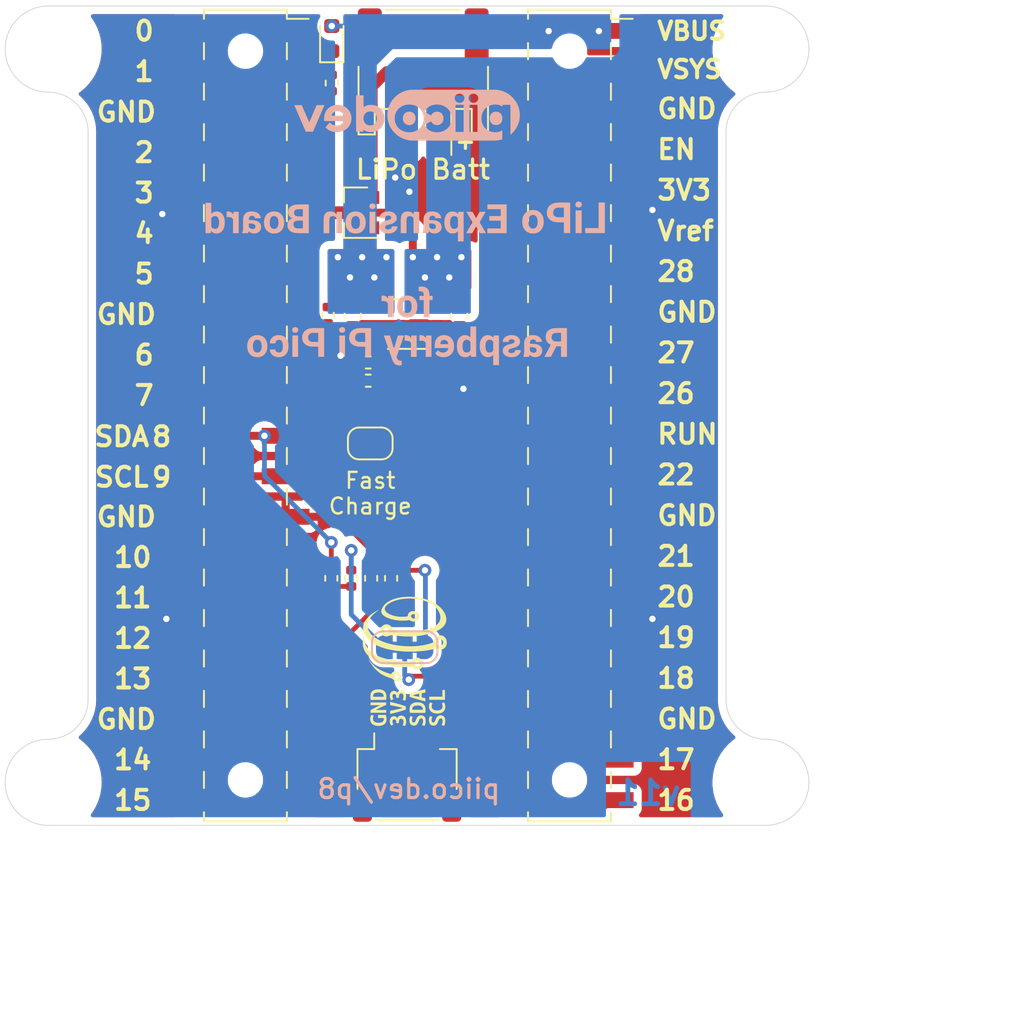
<source format=kicad_pcb>
(kicad_pcb (version 20211014) (generator pcbnew)
  (title_block (title "Secret Project (TOP SNEAKY)") (date "2021-01-07") (rev "v0") (company "Core Electronics") (comment 1 "Michael Ruppe"))
  (layers (0 "F.Cu" signal) (31 "B.Cu" signal) (34 "B.Paste" user) (35 "F.Paste" user) (36 "B.SilkS" user "B.Silkscreen") (37 "F.SilkS" user "F.Silkscreen") (38 "B.Mask" user) (39 "F.Mask" user) (44 "Edge.Cuts" user))
  (net 0 "")
  (net 1 "GND")
  (net 2 "VBAT")
  (net 3 "VBUS")
  (net 4 "Net-(D1-Pad1)")
  (net 5 "/I2C0_SCL")
  (net 6 "/I2C0_SDA")
  (net 7 "+3V3")
  (net 8 "/VSYS")
  (net 9 "Net-(R2-Pad1)")
  (net 10 "Net-(JP1-Pad2)")
  (net 11 "Net-(JP1-Pad1)")
  (net 12 "Net-(JP2-Pad3)")
  (net 13 "Net-(JP2-Pad1)")
  (net 14 "Net-(J3-Pad39)")
  (net 15 "Net-(J3-Pad37)")
  (net 16 "Net-(J3-Pad33)")
  (net 17 "Net-(J3-Pad31)")
  (net 18 "Net-(J3-Pad29)")
  (net 19 "Net-(J3-Pad27)")
  (net 20 "Net-(J3-Pad19)")
  (net 21 "Net-(J3-Pad17)")
  (net 22 "Net-(J3-Pad13)")
  (net 23 "Net-(J3-Pad11)")
  (net 24 "Net-(J3-Pad10)")
  (net 25 "Net-(J3-Pad7)")
  (net 26 "Net-(J3-Pad3)")
  (net 27 "Net-(J3-Pad1)")
  (net 28 "Net-(J4-Pad39)")
  (net 29 "Net-(J4-Pad37)")
  (net 30 "Net-(J4-Pad33)")
  (net 31 "Net-(J4-Pad31)")
  (net 32 "Net-(J4-Pad29)")
  (net 33 "Net-(J4-Pad27)")
  (net 34 "Net-(J4-Pad23)")
  (net 35 "Net-(J4-Pad21)")
  (net 36 "Net-(J4-Pad19)")
  (net 37 "Net-(J4-Pad17)")
  (net 38 "Net-(J4-Pad13)")
  (net 39 "Net-(J4-Pad11)")
  (net 40 "Net-(J4-Pad7)")
  (net 41 "Net-(J1-Pad3)")
  (net 42 "Net-(J1-Pad4)")
  (footprint "Connector_JST:JST_SH_SM04B-SRSS-TB_1x04-1MP_P1.00mm_Horizontal" (layer "F.Cu") (at 25 48.4)
    (fp_text reference "J1" hide)
    (fp_text value "PiicoDev" hide)
    (pad "1" smd roundrect locked (at -1.5 -2) (size 0.6 1.55) (layers "F.Cu" "F.Paste" "F.Mask") (net 1 "GND"))
    (pad "2" smd roundrect locked (at -0.5 -2) (size 0.6 1.55) (layers "F.Cu" "F.Paste" "F.Mask") (net 7 "+3V3"))
    (pad "3" smd roundrect locked (at 0.5 -2) (size 0.6 1.55) (layers "F.Cu" "F.Paste" "F.Mask") (net 41 "Net-(J1-Pad3)"))
    (pad "4" smd roundrect locked (at 1.5 -2) (size 0.6 1.55) (layers "F.Cu" "F.Paste" "F.Mask") (net 42 "Net-(J1-Pad4)"))
    (pad "MP" smd roundrect locked (at -2.8 1.875) (size 1.2 1.8) (layers "F.Cu" "F.Paste" "F.Mask") (roundrect_rratio 0.2083325))
    (pad "MP" smd roundrect locked (at 2.8 1.875) (size 1.2 1.8) (layers "F.Cu" "F.Paste" "F.Mask") (roundrect_rratio 0.2083325))
  )
  (footprint "MountingHole:MountingHole_2.7mm_M2.5" (layer "F.Cu") (at 47.5 48.7)
    (fp_text reference "H2" hide)
    (fp_text value " ")
    (pad "" np_thru_hole circle locked (at 0 0) (size 2.7 2.7) (drill 2.7) (layers *.Cu *.Mask) (clearance 2))
  )
  (footprint "Resistor_SMD:R_0402_1005Metric" (layer "F.Cu") (at 20.28 4.8345 90)
    (fp_text reference "R2" hide)
    (fp_text value "4k7")
    (pad "1" smd roundrect locked (at -0.51 0 90) (size 0.54 0.64) (layers "F.Cu" "F.Paste" "F.Mask") (net 9 "Net-(R2-Pad1)"))
    (pad "2" smd roundrect locked (at 0.51 0 90) (size 0.54 0.64) (layers "F.Cu" "F.Paste" "F.Mask") (net 4 "Net-(D1-Pad1)"))
  )
  (footprint "Package_TO_SOT_SMD:SOT-23" (layer "F.Cu") (at 21.804 12.9625 180)
    (fp_text reference "Q1" hide)
    (fp_text value "DMG3415U-7" hide)
    (pad "1" smd rect locked (at -1 -0.95 180) (size 0.9 0.8) (layers "F.Cu" "F.Paste" "F.Mask") (net 3 "VBUS"))
    (pad "2" smd rect locked (at -1 0.95 180) (size 0.9 0.8) (layers "F.Cu" "F.Paste" "F.Mask") (net 8 "/VSYS"))
    (pad "3" smd rect locked (at 1 0 180) (size 0.9 0.8) (layers "F.Cu" "F.Paste" "F.Mask") (net 2 "VBAT"))
  )
  (footprint "Resistor_SMD:R_0402_1005Metric" (layer "F.Cu") (at 22.566 22.3605 180)
    (fp_text reference "R1" hide)
    (fp_text value "4k7" hide)
    (pad "1" smd roundrect locked (at -0.51 0 180) (size 0.54 0.64) (layers "F.Cu" "F.Paste" "F.Mask") (net 10 "Net-(JP1-Pad2)"))
    (pad "2" smd roundrect locked (at 0.51 0 180) (size 0.54 0.64) (layers "F.Cu" "F.Paste" "F.Mask") (net 1 "GND"))
  )
  (footprint "Capacitor_SMD:C_0603_1608Metric" (layer "F.Cu") (at 28.281 19.4395 -90)
    (fp_text reference "C1" hide)
    (fp_text value "10u")
    (pad "1" smd roundrect locked (at -0.775 0 270) (size 0.9 0.95) (layers "F.Cu" "F.Paste" "F.Mask") (net 2 "VBAT"))
    (pad "2" smd roundrect locked (at 0.775 0 270) (size 0.9 0.95) (layers "F.Cu" "F.Paste" "F.Mask") (net 1 "GND"))
  )
  (footprint "LED_SMD:LED_0603_1608Metric" (layer "F.Cu") (at 20.28 2.0405 90)
    (fp_text reference "D1" hide)
    (fp_text value "LED" hide)
    (pad "1" smd roundrect locked (at -0.7875 0 90) (size 0.875 0.95) (layers "F.Cu" "F.Paste" "F.Mask") (net 4 "Net-(D1-Pad1)"))
    (pad "2" smd roundrect locked (at 0.7875 0 90) (size 0.875 0.95) (layers "F.Cu" "F.Paste" "F.Mask") (net 3 "VBUS"))
  )
  (footprint "Connector_JST:JST_PH_S2B-PH-SM4-TB_1x02-1MP_P2.00mm_Horizontal" (layer "F.Cu") (at 26.016 4.745 180)
    (fp_text reference "J2" hide)
    (fp_text value "JST PH" hide)
    (pad "1" smd roundrect locked (at -1 -2.85 180) (size 1 3.5) (layers "F.Cu" "F.Paste" "F.Mask") (net 2 "VBAT"))
    (pad "2" smd roundrect locked (at 1 -2.85 180) (size 1 3.5) (layers "F.Cu" "F.Paste" "F.Mask") (net 1 "GND"))
    (pad "MP" smd roundrect locked (at -3.35 2.9 180) (size 1.5 3.4) (layers "F.Cu" "F.Paste" "F.Mask") (roundrect_rratio 0.1666666667))
    (pad "MP" smd roundrect locked (at 3.35 2.9 180) (size 1.5 3.4) (layers "F.Cu" "F.Paste" "F.Mask") (roundrect_rratio 0.1666666667))
  )
  (footprint "Package_TO_SOT_SMD:SOT-23-5" (layer "F.Cu") (at 24.598 19.9475 180)
    (fp_text reference "U1" hide)
    (fp_text value "MCP73832-2-OT" hide)
    (pad "1" smd roundrect locked (at -1.1375 -0.95 180) (size 1.325 0.6) (layers "F.Cu" "F.Paste" "F.Mask") (net 9 "Net-(R2-Pad1)"))
    (pad "2" smd roundrect locked (at -1.1375 0 180) (size 1.325 0.6) (layers "F.Cu" "F.Paste" "F.Mask") (net 1 "GND"))
    (pad "3" smd roundrect locked (at -1.1375 0.95 180) (size 1.325 0.6) (layers "F.Cu" "F.Paste" "F.Mask") (net 2 "VBAT"))
    (pad "4" smd roundrect locked (at 1.1375 0.95 180) (size 1.325 0.6) (layers "F.Cu" "F.Paste" "F.Mask") (net 3 "VBUS"))
    (pad "5" smd roundrect locked (at 1.1375 -0.95 180) (size 1.325 0.6) (layers "F.Cu" "F.Paste" "F.Mask") (net 10 "Net-(JP1-Pad2)"))
  )
  (footprint "MountingHole:MountingHole_2.7mm_M2.5" (layer "F.Cu") (at 2.5 48.7)
    (fp_text reference "H3" hide)
    (fp_text value " ")
    (pad "" np_thru_hole circle locked (at 0 0) (size 2.7 2.7) (drill 2.7) (layers *.Cu *.Mask) (clearance 2))
  )
  (footprint "MountingHole:MountingHole_2.7mm_M2.5" (layer "F.Cu") (at 47.5 2.7)
    (fp_text reference "H1" hide)
    (fp_text value " ")
    (pad "" np_thru_hole circle locked (at 0 0) (size 2.7 2.7) (drill 2.7) (layers *.Cu *.Mask) (clearance 2))
  )
  (footprint "MountingHole:MountingHole_2.7mm_M2.5" (layer "F.Cu") (at 2.5 2.7)
    (fp_text reference "H4" hide)
    (fp_text value " ")
    (pad "" np_thru_hole circle locked (at 0 0) (size 2.7 2.7) (drill 2.7) (layers *.Cu *.Mask) (clearance 2))
  )
  (footprint "Resistor_SMD:R_0402_1005Metric" (layer "F.Cu") (at 22.566 23.5035 180)
    (fp_text reference "R3" hide)
    (fp_text value "4k7")
    (pad "1" smd roundrect locked (at -0.51 0 180) (size 0.54 0.64) (layers "F.Cu" "F.Paste" "F.Mask") (net 11 "Net-(JP1-Pad1)"))
    (pad "2" smd roundrect locked (at 0.51 0 180) (size 0.54 0.64) (layers "F.Cu" "F.Paste" "F.Mask") (net 1 "GND"))
  )
  (footprint "Jumper:SolderJumper-2_P1.3mm_Open_RoundedPad1.0x1.5mm" (layer "F.Cu") (at 22.693 27.4405)
    (fp_text reference "JP1")
    (fp_text value "FAST_CHG")
    (pad "1" smd custom locked (at -0.65 0) (size 1 0.5) (layers "F.Cu" "F.Mask") (net 11 "Net-(JP1-Pad1)") (options (clearance outline) (anchor rect)) (primitives (gr_circle (center 0 0.25) (end 0.5 0.25) (width 0) (fill yes)) (gr_circle (center 0 -0.25) (end 0.5 -0.25) (width 0) (fill yes)) (gr_poly (pts (xy 0 -0.75) (xy 0.5 -0.75) (xy 0.5 0.75) (xy 0 0.75)) (width 0) (fill yes))))
    (pad "2" smd custom locked (at 0.65 0) (size 1 0.5) (layers "F.Cu" "F.Mask") (net 10 "Net-(JP1-Pad2)") (options (clearance outline) (anchor rect)) (primitives (gr_circle (center 0 0.25) (end 0.5 0.25) (width 0) (fill yes)) (gr_circle (center 0 -0.25) (end 0.5 -0.25) (width 0) (fill yes)) (gr_poly (pts (xy 0 -0.75) (xy -0.5 -0.75) (xy -0.5 0.75) (xy 0 0.75)) (width 0) (fill yes))))
  )
  (footprint "CoreElectronics_Components:PinSocket_2x20_P2.54mm_Vertical_SMD_With_Post" (layer "F.Cu") (at 35.185 25.69)
    (fp_text reference "J4" hide)
    (fp_text value " ")
    (pad "" np_thru_hole circle locked (at 0 -22.86) (size 1.2 1.2) (drill 1.2) (layers *.Cu *.Mask))
    (pad "" np_thru_hole circle locked (at 0 22.86) (size 1.2 1.2) (drill 1.2) (layers *.Cu *.Mask))
    (pad "1" smd rect locked (at 2.52 -24.13) (size 3 1) (layers "F.Cu" "F.Paste" "F.Mask") (net 3 "VBUS"))
    (pad "2" smd rect locked (at -2.52 -24.13) (size 3 1) (layers "F.Cu" "F.Paste" "F.Mask") (net 3 "VBUS"))
    (pad "3" smd rect locked (at 2.52 -21.59) (size 3 1) (layers "F.Cu" "F.Paste" "F.Mask") (net 8 "/VSYS"))
    (pad "4" smd rect locked (at -2.52 -21.59) (size 3 1) (layers "F.Cu" "F.Paste" "F.Mask") (net 8 "/VSYS"))
    (pad "5" smd rect locked (at 2.52 -19.05) (size 3 1) (layers "F.Cu" "F.Paste" "F.Mask") (net 1 "GND"))
    (pad "6" smd rect locked (at -2.52 -19.05) (size 3 1) (layers "F.Cu" "F.Paste" "F.Mask") (net 1 "GND"))
    (pad "7" smd rect locked (at 2.52 -16.51) (size 3 1) (layers "F.Cu" "F.Paste" "F.Mask") (net 40 "Net-(J4-Pad7)"))
    (pad "8" smd rect locked (at -2.52 -16.51) (size 3 1) (layers "F.Cu" "F.Paste" "F.Mask") (net 40 "Net-(J4-Pad7)"))
    (pad "9" smd rect locked (at 2.52 -13.97) (size 3 1) (layers "F.Cu" "F.Paste" "F.Mask") (net 7 "+3V3"))
    (pad "10" smd rect locked (at -2.52 -13.97) (size 3 1) (layers "F.Cu" "F.Paste" "F.Mask") (net 7 "+3V3"))
    (pad "11" smd rect locked (at 2.52 -11.43) (size 3 1) (layers "F.Cu" "F.Paste" "F.Mask") (net 39 "Net-(J4-Pad11)"))
    (pad "12" smd rect locked (at -2.52 -11.43) (size 3 1) (layers "F.Cu" "F.Paste" "F.Mask") (net 39 "Net-(J4-Pad11)"))
    (pad "13" smd rect locked (at 2.52 -8.89) (size 3 1) (layers "F.Cu" "F.Paste" "F.Mask") (net 38 "Net-(J4-Pad13)"))
    (pad "14" smd rect locked (at -2.52 -8.89) (size 3 1) (layers "F.Cu" "F.Paste" "F.Mask") (net 38 "Net-(J4-Pad13)"))
    (pad "15" smd rect locked (at 2.52 -6.35) (size 3 1) (layers "F.Cu" "F.Paste" "F.Mask") (net 1 "GND"))
    (pad "16" smd rect locked (at -2.52 -6.35) (size 3 1) (layers "F.Cu" "F.Paste" "F.Mask") (net 1 "GND"))
    (pad "17" smd rect locked (at 2.52 -3.81) (size 3 1) (layers "F.Cu" "F.Paste" "F.Mask") (net 37 "Net-(J4-Pad17)"))
    (pad "18" smd rect locked (at -2.52 -3.81) (size 3 1) (layers "F.Cu" "F.Paste" "F.Mask") (net 37 "Net-(J4-Pad17)"))
    (pad "19" smd rect locked (at 2.52 -1.27) (size 3 1) (layers "F.Cu" "F.Paste" "F.Mask") (net 36 "Net-(J4-Pad19)"))
    (pad "20" smd rect locked (at -2.52 -1.27) (size 3 1) (layers "F.Cu" "F.Paste" "F.Mask") (net 36 "Net-(J4-Pad19)"))
    (pad "21" smd rect locked (at 2.52 1.27) (size 3 1) (layers "F.Cu" "F.Paste" "F.Mask") (net 35 "Net-(J4-Pad21)"))
    (pad "22" smd rect locked (at -2.52 1.27) (size 3 1) (layers "F.Cu" "F.Paste" "F.Mask") (net 35 "Net-(J4-Pad21)"))
    (pad "23" smd rect locked (at 2.52 3.81) (size 3 1) (layers "F.Cu" "F.Paste" "F.Mask") (net 34 "Net-(J4-Pad23)"))
    (pad "24" smd rect locked (at -2.52 3.81) (size 3 1) (layers "F.Cu" "F.Paste" "F.Mask") (net 34 "Net-(J4-Pad23)"))
    (pad "25" smd rect locked (at 2.52 6.35) (size 3 1) (layers "F.Cu" "F.Paste" "F.Mask") (net 1 "GND"))
    (pad "26" smd rect locked (at -2.52 6.35) (size 3 1) (layers "F.Cu" "F.Paste" "F.Mask") (net 1 "GND"))
    (pad "27" smd rect locked (at 2.52 8.89) (size 3 1) (layers "F.Cu" "F.Paste" "F.Mask") (net 33 "Net-(J4-Pad27)"))
    (pad "28" smd rect locked (at -2.52 8.89) (size 3 1) (layers "F.Cu" "F.Paste" "F.Mask") (net 33 "Net-(J4-Pad27)"))
    (pad "29" smd rect locked (at 2.52 11.43) (size 3 1) (layers "F.Cu" "F.Paste" "F.Mask") (net 32 "Net-(J4-Pad29)"))
    (pad "30" smd rect locked (at -2.52 11.43) (size 3 1) (layers "F.Cu" "F.Paste" "F.Mask") (net 32 "Net-(J4-Pad29)"))
    (pad "31" smd rect locked (at 2.52 13.97) (size 3 1) (layers "F.Cu" "F.Paste" "F.Mask") (net 31 "Net-(J4-Pad31)"))
    (pad "32" smd rect locked (at -2.52 13.97) (size 3 1) (layers "F.Cu" "F.Paste" "F.Mask") (net 31 "Net-(J4-Pad31)"))
    (pad "33" smd rect locked (at 2.52 16.51) (size 3 1) (layers "F.Cu" "F.Paste" "F.Mask") (net 30 "Net-(J4-Pad33)"))
    (pad "34" smd rect locked (at -2.52 16.51) (size 3 1) (layers "F.Cu" "F.Paste" "F.Mask") (net 30 "Net-(J4-Pad33)"))
    (pad "35" smd rect locked (at 2.52 19.05) (size 3 1) (layers "F.Cu" "F.Paste" "F.Mask") (net 1 "GND"))
    (pad "36" smd rect locked (at -2.52 19.05) (size 3 1) (layers "F.Cu" "F.Paste" "F.Mask") (net 1 "GND"))
    (pad "37" smd rect locked (at 2.52 21.59) (size 3 1) (layers "F.Cu" "F.Paste" "F.Mask") (net 29 "Net-(J4-Pad37)"))
    (pad "38" smd rect locked (at -2.52 21.59) (size 3 1) (layers "F.Cu" "F.Paste" "F.Mask") (net 29 "Net-(J4-Pad37)"))
    (pad "39" smd rect locked (at 2.52 24.13) (size 3 1) (layers "F.Cu" "F.Paste" "F.Mask") (net 28 "Net-(J4-Pad39)"))
    (pad "40" smd rect locked (at -2.52 24.13) (size 3 1) (layers "F.Cu" "F.Paste" "F.Mask") (net 28 "Net-(J4-Pad39)"))
  )
  (footprint "CoreElectronics_Components:PinSocket_2x20_P2.54mm_Vertical_SMD_With_Post" (layer "F.Cu") (at 14.865 25.69)
    (fp_text reference "J3" hide)
    (fp_text value " ")
    (pad "" np_thru_hole circle locked (at 0 -22.86) (size 1.2 1.2) (drill 1.2) (layers *.Cu *.Mask))
    (pad "" np_thru_hole circle locked (at 0 22.86) (size 1.2 1.2) (drill 1.2) (layers *.Cu *.Mask))
    (pad "1" smd rect locked (at 2.52 -24.13) (size 3 1) (layers "F.Cu" "F.Paste" "F.Mask") (net 27 "Net-(J3-Pad1)"))
    (pad "2" smd rect locked (at -2.52 -24.13) (size 3 1) (layers "F.Cu" "F.Paste" "F.Mask") (net 27 "Net-(J3-Pad1)"))
    (pad "3" smd rect locked (at 2.52 -21.59) (size 3 1) (layers "F.Cu" "F.Paste" "F.Mask") (net 26 "Net-(J3-Pad3)"))
    (pad "4" smd rect locked (at -2.52 -21.59) (size 3 1) (layers "F.Cu" "F.Paste" "F.Mask") (net 26 "Net-(J3-Pad3)"))
    (pad "5" smd rect locked (at 2.52 -19.05) (size 3 1) (layers "F.Cu" "F.Paste" "F.Mask") (net 1 "GND"))
    (pad "6" smd rect locked (at -2.52 -19.05) (size 3 1) (layers "F.Cu" "F.Paste" "F.Mask") (net 1 "GND"))
    (pad "7" smd rect locked (at 2.52 -16.51) (size 3 1) (layers "F.Cu" "F.Paste" "F.Mask") (net 25 "Net-(J3-Pad7)"))
    (pad "8" smd rect locked (at -2.52 -16.51) (size 3 1) (layers "F.Cu" "F.Paste" "F.Mask") (net 25 "Net-(J3-Pad7)"))
    (pad "9" smd rect locked (at 2.52 -13.97) (size 3 1) (layers "F.Cu" "F.Paste" "F.Mask") (net 24 "Net-(J3-Pad10)"))
    (pad "10" smd rect locked (at -2.52 -13.97) (size 3 1) (layers "F.Cu" "F.Paste" "F.Mask") (net 24 "Net-(J3-Pad10)"))
    (pad "11" smd rect locked (at 2.52 -11.43) (size 3 1) (layers "F.Cu" "F.Paste" "F.Mask") (net 23 "Net-(J3-Pad11)"))
    (pad "12" smd rect locked (at -2.52 -11.43) (size 3 1) (layers "F.Cu" "F.Paste" "F.Mask") (net 23 "Net-(J3-Pad11)"))
    (pad "13" smd rect locked (at 2.52 -8.89) (size 3 1) (layers "F.Cu" "F.Paste" "F.Mask") (net 22 "Net-(J3-Pad13)"))
    (pad "14" smd rect locked (at -2.52 -8.89) (size 3 1) (layers "F.Cu" "F.Paste" "F.Mask") (net 22 "Net-(J3-Pad13)"))
    (pad "15" smd rect locked (at 2.52 -6.35) (size 3 1) (layers "F.Cu" "F.Paste" "F.Mask") (net 1 "GND"))
    (pad "16" smd rect locked (at -2.52 -6.35) (size 3 1) (layers "F.Cu" "F.Paste" "F.Mask") (net 1 "GND"))
    (pad "17" smd rect locked (at 2.52 -3.81) (size 3 1) (layers "F.Cu" "F.Paste" "F.Mask") (net 21 "Net-(J3-Pad17)"))
    (pad "18" smd rect locked (at -2.52 -3.81) (size 3 1) (layers "F.Cu" "F.Paste" "F.Mask") (net 21 "Net-(J3-Pad17)"))
    (pad "19" smd rect locked (at 2.52 -1.27) (size 3 1) (layers "F.Cu" "F.Paste" "F.Mask") (net 20 "Net-(J3-Pad19)"))
    (pad "20" smd rect locked (at -2.52 -1.27) (size 3 1) (layers "F.Cu" "F.Paste" "F.Mask") (net 20 "Net-(J3-Pad19)"))
    (pad "21" smd rect locked (at 2.52 1.27) (size 3 1) (layers "F.Cu" "F.Paste" "F.Mask") (net 6 "/I2C0_SDA"))
    (pad "22" smd rect locked (at -2.52 1.27) (size 3 1) (layers "F.Cu" "F.Paste" "F.Mask") (net 6 "/I2C0_SDA"))
    (pad "23" smd rect locked (at 2.52 3.81) (size 3 1) (layers "F.Cu" "F.Paste" "F.Mask") (net 5 "/I2C0_SCL"))
    (pad "24" smd rect locked (at -2.52 3.81) (size 3 1) (layers "F.Cu" "F.Paste" "F.Mask") (net 5 "/I2C0_SCL"))
    (pad "25" smd rect locked (at 2.52 6.35) (size 3 1) (layers "F.Cu" "F.Paste" "F.Mask") (net 1 "GND"))
    (pad "26" smd rect locked (at -2.52 6.35) (size 3 1) (layers "F.Cu" "F.Paste" "F.Mask") (net 1 "GND"))
    (pad "27" smd rect locked (at 2.52 8.89) (size 3 1) (layers "F.Cu" "F.Paste" "F.Mask") (net 19 "Net-(J3-Pad27)"))
    (pad "28" smd rect locked (at -2.52 8.89) (size 3 1) (layers "F.Cu" "F.Paste" "F.Mask") (net 19 "Net-(J3-Pad27)"))
    (pad "29" smd rect locked (at 2.52 11.43) (size 3 1) (layers "F.Cu" "F.Paste" "F.Mask") (net 18 "Net-(J3-Pad29)"))
    (pad "30" smd rect locked (at -2.52 11.43) (size 3 1) (layers "F.Cu" "F.Paste" "F.Mask") (net 18 "Net-(J3-Pad29)"))
    (pad "31" smd rect locked (at 2.52 13.97) (size 3 1) (layers "F.Cu" "F.Paste" "F.Mask") (net 17 "Net-(J3-Pad31)"))
    (pad "32" smd rect locked (at -2.52 13.97) (size 3 1) (layers "F.Cu" "F.Paste" "F.Mask") (net 17 "Net-(J3-Pad31)"))
    (pad "33" smd rect locked (at 2.52 16.51) (size 3 1) (layers "F.Cu" "F.Paste" "F.Mask") (net 16 "Net-(J3-Pad33)"))
    (pad "34" smd rect locked (at -2.52 16.51) (size 3 1) (layers "F.Cu" "F.Paste" "F.Mask") (net 16 "Net-(J3-Pad33)"))
    (pad "35" smd rect locked (at 2.52 19.05) (size 3 1) (layers "F.Cu" "F.Paste" "F.Mask") (net 1 "GND"))
    (pad "36" smd rect locked (at -2.52 19.05) (size 3 1) (layers "F.Cu" "F.Paste" "F.Mask") (net 1 "GND"))
    (pad "37" smd rect locked (at 2.52 21.59) (size 3 1) (layers "F.Cu" "F.Paste" "F.Mask") (net 15 "Net-(J3-Pad37)"))
    (pad "38" smd rect locked (at -2.52 21.59) (size 3 1) (layers "F.Cu" "F.Paste" "F.Mask") (net 15 "Net-(J3-Pad37)"))
    (pad "39" smd rect locked (at 2.52 24.13) (size 3 1) (layers "F.Cu" "F.Paste" "F.Mask") (net 14 "Net-(J3-Pad39)"))
    (pad "40" smd rect locked (at -2.52 24.13) (size 3 1) (layers "F.Cu" "F.Paste" "F.Mask") (net 14 "Net-(J3-Pad39)"))
  )
  (footprint "Capacitor_SMD:C_0603_1608Metric" (layer "F.Cu") (at 21.59 19.4395 -90)
    (fp_text reference "C2" hide)
    (fp_text value "10u")
    (pad "1" smd roundrect locked (at -0.775 0 270) (size 0.9 0.95) (layers "F.Cu" "F.Paste" "F.Mask") (net 3 "VBUS"))
    (pad "2" smd roundrect locked (at 0.775 0 270) (size 0.9 0.95) (layers "F.Cu" "F.Paste" "F.Mask") (net 1 "GND"))
  )
  (footprint "Resistor_SMD:R_0402_1005Metric" (layer "F.Cu") (at 20.026 19.396 -90)
    (fp_text reference "R4" hide)
    (fp_text value "100k")
    (pad "1" smd roundrect locked (at -0.51 0 270) (size 0.54 0.64) (layers "F.Cu" "F.Paste" "F.Mask") (net 3 "VBUS"))
    (pad "2" smd roundrect locked (at 0.51 0 270) (size 0.54 0.64) (layers "F.Cu" "F.Paste" "F.Mask") (net 1 "GND"))
  )
  (footprint "CoreElectronics_Artwork:CoreElectronics_logo_5mm" (layer "F.Cu") (at 24.852 39.716)
    (fp_text reference "G1" hide)
    (fp_text value "LOGO_CoreElectronics_made-with-love" hide)
  )
  (footprint "Resistor_SMD:R_0402_1005Metric" (layer "F.Cu") (at 22.75 35.9 -90)
    (fp_text reference "R8" hide)
    (fp_text value "120R")
    (pad "1" smd roundrect locked (at -0.51 0 270) (size 0.54 0.64) (layers "F.Cu" "F.Paste" "F.Mask") (net 5 "/I2C0_SCL"))
    (pad "2" smd roundrect locked (at 0.51 0 270) (size 0.54 0.64) (layers "F.Cu" "F.Paste" "F.Mask") (net 42 "Net-(J1-Pad4)"))
  )
  (footprint "Resistor_SMD:R_0402_1005Metric" (layer "F.Cu") (at 21.5 35.9 -90)
    (fp_text reference "R5" hide)
    (fp_text value "4k7")
    (pad "1" smd roundrect locked (at -0.51 0 270) (size 0.54 0.64) (layers "F.Cu" "F.Paste" "F.Mask") (net 12 "Net-(JP2-Pad3)"))
    (pad "2" smd roundrect locked (at 0.51 0 270) (size 0.54 0.64) (layers "F.Cu" "F.Paste" "F.Mask") (net 41 "Net-(J1-Pad3)"))
  )
  (footprint "Resistor_SMD:R_0402_1005Metric" (layer "F.Cu") (at 24 35.9 -90)
    (fp_text reference "R6" hide)
    (fp_text value "4k7")
    (pad "1" smd roundrect locked (at -0.51 0 270) (size 0.54 0.64) (layers "F.Cu" "F.Paste" "F.Mask") (net 13 "Net-(JP2-Pad1)"))
    (pad "2" smd roundrect locked (at 0.51 0 270) (size 0.54 0.64) (layers "F.Cu" "F.Paste" "F.Mask") (net 42 "Net-(J1-Pad4)"))
  )
  (footprint "Resistor_SMD:R_0402_1005Metric" (layer "F.Cu") (at 20.25 35.9 -90)
    (fp_text reference "R7" hide)
    (fp_text value "120R")
    (pad "1" smd roundrect locked (at -0.51 0 270) (size 0.54 0.64) (layers "F.Cu" "F.Paste" "F.Mask") (net 6 "/I2C0_SDA"))
    (pad "2" smd roundrect locked (at 0.51 0 270) (size 0.54 0.64) (layers "F.Cu" "F.Paste" "F.Mask") (net 41 "Net-(J1-Pad3)"))
  )
  (footprint "kibuzzard-629D8D6F" (layer "F.Cu") (at 26.884 44.034 90)
    (fp_text reference "kibuzzard-629D8D6F" hide)
    (fp_text value "G***" hide)
  )
  (footprint "kibuzzard-629D8D51" (layer "F.Cu") (at 23.201 44.013362 90)
    (fp_text reference "kibuzzard-629D8D51" hide)
    (fp_text value "G***" hide)
  )
  (footprint "kibuzzard-629D8D64" (layer "F.Cu") (at 25.656332 44.009394 90)
    (fp_text reference "kibuzzard-629D8D64" hide)
    (fp_text value "G***" hide)
  )
  (footprint "kibuzzard-629D8D5D" (layer "F.Cu") (at 24.428666 44.041937 90)
    (fp_text reference "kibuzzard-629D8D5D" hide)
    (fp_text value "G***" hide)
  )
  (footprint "CoreElectronics_Artwork:piicodev_logo_14.2x3.4mm" (layer "B.Cu") (at 24.984047 6.95 180)
    (fp_text reference "G2" hide)
    (fp_text value "LOGO_PiicoDev" hide)
  )
  (footprint "CoreElectronics_Components:SolderJumper-3_P1.3mm_Closed_RoundedPad1.0x1.5mm" (layer "B.Cu") (at 24.852 40.224 180)
    (fp_text reference "JP2" hide)
    (fp_text value "I2C")
    (fp_poly (pts (xy 0.8 -0.3) (xy -0.8 -0.3) (xy -0.8 0.3) (xy 0.8 0.3)) (layer "B.Cu") (width 0.1) (fill solid))
    (pad "1" smd custom locked (at -1.3 0 180) (size 1 0.5) (layers "B.Cu" "B.Mask") (net 13 "Net-(JP2-Pad1)") (options (clearance outline) (anchor rect)) (primitives (gr_circle (center 0 -0.25) (end 0.5 -0.25) (width 0) (fill yes)) (gr_circle (center 0 0.25) (end 0.5 0.25) (width 0) (fill yes)) (gr_poly (pts (xy 0.55 0.75) (xy 0 0.75) (xy 0 -0.75) (xy 0.55 -0.75)) (width 0) (fill yes))))
    (pad "2" smd rect locked (at 0 0 180) (size 1 1.5) (layers "B.Cu" "B.Mask") (net 7 "+3V3"))
    (pad "3" smd custom locked (at 1.3 0 180) (size 1 0.5) (layers "B.Cu" "B.Mask") (net 12 "Net-(JP2-Pad3)") (options (clearance outline) (anchor rect)) (primitives (gr_circle (center 0 -0.25) (end 0.5 -0.25) (width 0) (fill yes)) (gr_circle (center 0 0.25) (end 0.5 0.25) (width 0) (fill yes)) (gr_poly (pts (xy -0.55 0.75) (xy 0 0.75) (xy 0 -0.75) (xy -0.55 -0.75)) (width 0) (fill yes))))
  )
  (footprint "kibuzzard-629D909F" (layer "B.Cu") (at 25 18.569889 180)
    (fp_text reference "kibuzzard-629D909F" hide)
    (fp_text value "G***" hide)
  )
  (footprint "kibuzzard-629D90AA" (layer "B.Cu") (at 25 21.3264 180)
    (fp_text reference "kibuzzard-629D90AA" hide)
    (fp_text value "G***" hide)
  )
  (footprint "kibuzzard-62DE0FE6" (layer "B.Cu") (at 34.8132 13.2628 180)
    (fp_text reference "kibuzzard-62DE0FE6" hide)
    (fp_text value "G***" hide)
  )
  (footprint "kibuzzard-629D9090" (layer "B.Cu") (at 21.804 13.554 180)
    (fp_text reference "kibuzzard-629D9090" hide)
    (fp_text value "G***" hide)
  )
  (gr_arc (start 47.5 0) (mid 50.2 2.7) (end 47.5 5.4) (layer "Edge.Cuts") (width 0.05))
  (gr_arc (start 5 43.5) (mid 4.267767 45.267767) (end 2.5 46) (layer "Edge.Cuts") (width 0.05))
  (gr_arc (start 47.5 46) (mid 50.2 48.7) (end 47.5 51.4) (layer "Edge.Cuts") (width 0.05))
  (gr_arc (start 47.5 46) (mid 45.732233 45.267767) (end 45 43.5) (layer "Edge.Cuts") (width 0.05))
  (gr_line (start 45 43.5) (end 45 7.9) (layer "Edge.Cuts") (width 0.05))
  (gr_line (start 2.5 0) (end 47.5 0) (layer "Edge.Cuts") (width 0.05))
  (gr_arc (start 45 7.9) (mid 45.732233 6.132233) (end 47.5 5.4) (layer "Edge.Cuts") (width 0.05))
  (gr_arc (start 2.5 51.4) (mid -0.2 48.7) (end 2.5 46) (layer "Edge.Cuts") (width 0.05))
  (gr_arc (start 2.5 5.4) (mid -0.2 2.7) (end 2.5 0) (layer "Edge.Cuts") (width 0.05))
  (gr_line (start 5 7.9) (end 5 43.5) (layer "Edge.Cuts") (width 0.05))
  (gr_line (start 2.5 51.4) (end 47.5 51.4) (layer "Edge.Cuts") (width 0.05))
  (gr_arc (start 2.5 5.4) (mid 4.267767 6.132233) (end 5 7.9) (layer "Edge.Cuts") (width 0.05))
  (gr_text "v11" (at 40.132 49.368) (layer "B.Cu") (effects (font (size 1.5 1.5) (thickness 0.3)) (justify mirror)))
  (gr_text "piico.dev/p8" (at 25.106 49.114) (layer "B.SilkS") (effects (font (size 1.2 1.2) (thickness 0.2)) (justify mirror)))
  (gr_text "1" (at 8.513572 4.11) (layer "F.SilkS") (effects (font (size 1.2 1.2) (thickness 0.25))))
  (gr_text "GND" (at 7.399286 6.65) (layer "F.SilkS") (effects (font (size 1.2 1.2) (thickness 0.25))))
  (gr_text "5" (at 8.513572 16.81) (layer "F.SilkS") (effects (font (size 1.2 1.2) (thickness 0.25))))
  (gr_text "GND" (at 7.399286 19.35) (layer "F.SilkS") (effects (font (size 1.2 1.2) (thickness 0.25))))
  (gr_text "4" (at 8.513572 14.27) (layer "F.SilkS") (effects (font (size 1.2 1.2) (thickness 0.25))))
  (gr_text "7" (at 8.513572 24.43) (layer "F.SilkS") (effects (font (size 1.2 1.2) (thickness 0.25))))
  (gr_text "6" (at 8.513572 21.89) (layer "F.SilkS") (effects (font (size 1.2 1.2) (thickness 0.25))))
  (gr_text "14" (at 7.799286 47.29) (layer "F.SilkS") (effects (font (size 1.2 1.2) (thickness 0.25))))
  (gr_text "11" (at 7.799286 37.13) (layer "F.SilkS") (effects (font (size 1.2 1.2) (thickness 0.25))))
  (gr_text "15" (at 7.799286 49.83) (layer "F.SilkS") (effects (font (size 1.2 1.2) (thickness 0.25))))
  (gr_text "12" (at 7.799286 39.67) (layer "F.SilkS") (effects (font (size 1.2 1.2) (thickness 0.25))))
  (gr_text "10" (at 7.799286 34.59) (layer "F.SilkS") (effects (font (size 1.2 1.2) (thickness 0.25))))
  (gr_text "GND" (at 7.399286 44.75) (layer "F.SilkS") (effects (font (size 1.2 1.2) (thickness 0.25))))
  (gr_text "GND" (at 7.399286 32.05) (layer "F.SilkS") (effects (font (size 1.2 1.2) (thickness 0.25))))
  (gr_text "13" (at 7.799286 42.21) (layer "F.SilkS") (effects (font (size 1.2 1.2) (thickness 0.25))))
  (gr_text "27" (at 40.560715 21.758) (layer "F.SilkS") (effects (font (size 1.2 1.2) (thickness 0.25)) (justify left)))
  (gr_text "22" (at 40.560715 29.414) (layer "F.SilkS") (effects (font (size 1.2 1.2) (thickness 0.25)) (justify left)))
  (gr_text "GND" (at 40.560715 44.726) (layer "F.SilkS") (effects (font (size 1.2 1.2) (thickness 0.25)) (justify left)))
  (gr_text "18" (at 40.560715 42.174) (layer "F.SilkS") (effects (font (size 1.2 1.2) (thickness 0.25)) (justify left)))
  (gr_text "3V3" (at 40.560715 11.55) (layer "F.SilkS") (effects (font (size 1.2 1.2) (thickness 0.25)) (justify left)))
  (gr_text "26" (at 40.560715 24.31) (layer "F.SilkS") (effects (font (size 1.2 1.2) (thickness 0.25)) (justify left)))
  (gr_text "Vref" (at 40.560715 14.102) (layer "F.SilkS") (effects (font (size 1.2 1.2) (thickness 0.25)) (justify left)))
  (gr_text "19" (at 40.560715 39.622) (layer "F.SilkS") (effects (font (size 1.2 1.2) (thickness 0.25)) (justify left)))
  (gr_text "20" (at 40.560715 37.07) (layer "F.SilkS") (effects (font (size 1.2 1.2) (thickness 0.25)) (justify left)))
  (gr_text "17" (at 40.560715 47.278) (layer "F.SilkS") (effects (font (size 1.2 1.2) (thickness 0.25)) (justify left)))
  (gr_text "RUN" (at 40.560715 26.862) (layer "F.SilkS") (effects (font (size 1.2 1.2) (thickness 0.25)) (justify left)))
  (gr_text "16" (at 40.560715 49.83) (layer "F.SilkS") (effects (font (size 1.2 1.2) (thickness 0.25)) (justify left)))
  (gr_text "21" (at 40.560715 34.518) (layer "F.SilkS") (effects (font (size 1.2 1.2) (thickness 0.25)) (justify left)))
  (gr_text "GND" (at 40.560715 31.966) (layer "F.SilkS") (effects (font (size 1.2 1.2) (thickness 0.25)) (justify left)))
  (gr_text "EN" (at 40.560715 8.998) (layer "F.SilkS") (effects (font (size 1.2 1.2) (thickness 0.25)) (justify left)))
  (gr_text "GND" (at 40.560715 19.206) (layer "F.SilkS") (effects (font (size 1.2 1.2) (thickness 0.25)) (justify left)))
  (gr_text "VSYS" (at 40.560715 3.972) (layer "F.SilkS") (effects (font (size 1.1 1.1) (thickness 0.25)) (justify left)))
  (gr_text "GND" (at 40.560715 6.446) (layer "F.SilkS") (effects (font (size 1.2 1.2) (thickness 0.25)) (justify left)))
  (gr_text "28" (at 40.560715 16.654) (layer "F.SilkS") (effects (font (size 1.2 1.2) (thickness 0.25)) (justify left)))
  (gr_text "VBUS" (at 40.560715 1.57) (layer "F.SilkS") (effects (font (size 1.1 1.1) (thickness 0.25)) (justify left)))
  (gr_text "2" (at 8.513572 9.19) (layer "F.SilkS") (effects (font (size 1.2 1.2) (thickness 0.25))))
  (gr_text "SDA" (at 7.112 27.016) (layer "F.SilkS") (effects (font (size 1.2 1.2) (thickness 0.25))))
  (gr_text "LiPo Batt" (at 25.995 10.252) (layer "F.SilkS") (effects (font (size 1.2 1.2) (thickness 0.2))))
  (gr_text "8" (at 9.612 27.016) (layer "F.SilkS") (effects (font (size 1.2 1.2) (thickness 0.25))))
  (gr_text "9" (at 9.612 29.556) (layer "F.SilkS") (effects (font (size 1.2 1.2) (thickness 0.25))))
  (gr_text "0" (at 8.513572 1.57) (layer "F.SilkS") (effects (font (size 1.2 1.2) (thickness 0.25))))
  (gr_text "+" (at 28.662 8.474) (layer "F.SilkS") (effects (font (size 1 1) (thickness 0.2))))
  (gr_text "Fast\nCharge" (at 22.693 30.572) (layer "F.SilkS") (effects (font (size 1 1))))
  (gr_text "3" (at 8.513572 11.73) (layer "F.SilkS") (effects (font (size 1.2 1.2) (thickness 0.25))))
  (gr_text "SCL" (at 7.112 29.556) (layer "F.SilkS") (effects (font (size 1.2 1.2) (thickness 0.25))))
  (segment (start 32.665 6.64) (end 37.705 6.64) (width 0.5) (layer "F.Cu") (net 1))
  (segment (start 27.9 20.2145) (end 27.633 19.9475) (width 0.5) (layer "F.Cu") (net 1))
  (segment (start 20.026 19.906) (end 20.026 21.134) (width 0.3) (layer "F.Cu") (net 1))
  (segment (start 37.705 19.34) (end 32.665 19.34) (width 0.5) (layer "F.Cu") (net 1))
  (segment (start 37.705 32.04) (end 32.665 32.04) (width 0.5) (layer "F.Cu") (net 1))
  (segment (start 22.185 19.9475) (end 25.7355 19.9475) (width 0.5) (layer "F.Cu") (net 1))
  (segment (start 17.385 44.74) (end 12.345 44.74) (width 0.5) (layer "F.Cu") (net 1))
  (segment (start 21.296 20.8365) (end 21.296 20.2145) (width 0.3) (layer "F.Cu") (net 1))
  (segment (start 22.056 23.5035) (end 22.056 22.3605) (width 0.3) (layer "F.Cu") (net 1))
  (segment (start 27.633 19.9475) (end 25.7355 19.9475) (width 0.5) (layer "F.Cu") (net 1))
  (segment (start 20.026 21.134) (end 20.828 21.936) (width 0.3) (layer "F.Cu") (net 1))
  (segment (start 32.24 32.05) (end 33.89 32.05) (width 0.5) (layer "F.Cu") (net 1))
  (segment (start 12.345 6.64) (end 17.385 6.64) (width 0.3) (layer "F.Cu") (net 1))
  (segment (start 12.345 32.04) (end 17.385 32.04) (width 0.5) (layer "F.Cu") (net 1))
  (segment (start 37.705 44.74) (end 32.665 44.74) (width 0.5) (layer "F.Cu") (net 1))
  (segment (start 12.345 19.34) (end 17.385 19.34) (width 0.5) (layer "F.Cu") (net 1))
  (segment (start 22.056 22.3605) (end 22.056 21.5965) (width 0.3) (layer "F.Cu") (net 1))
  (segment (start 22.056 21.5965) (end 21.296 20.8365) (width 0.3) (layer "F.Cu") (net 1))
  (segment (start 21.918 20.2145) (end 22.185 19.9475) (width 0.5) (layer "F.Cu") (net 1))
  (via (at 20.828 21.936) (size 0.8) (drill 0.4) (layers "F.Cu" "B.Cu") (net 1))
  (via (at 40.386 38.446) (size 0.8) (drill 0.4) (layers "F.Cu" "B.Cu") (net 1))
  (via (at 9.652 13.046) (size 0.8) (drill 0.4) (layers "F.Cu" "B.Cu") (net 1))
  (via (at 40.386 12.792) (size 0.8) (drill 0.4) (layers "F.Cu" "B.Cu") (net 1))
  (via (at 28.535 24.0115) (size 0.8) (drill 0.4) (layers "F.Cu" "B.Cu") (net 1))
  (via (at 25.146 11.649) (size 0.8) (drill 0.4) (layers "F.Cu" "B.Cu") (net 1))
  (via (at 24.257 10.76) (size 0.8) (drill 0.4) (layers "F.Cu" "B.Cu") (net 1))
  (via (at 9.906 38.446) (size 0.8) (drill 0.4) (layers "F.Cu" "B.Cu") (net 1))
  (segment (start 25.36 14.1055) (end 25.36 15.7565) (width 0.5) (layer "F.Cu") (net 2))
  (segment (start 20.804 12.9625) (end 24.217 12.9625) (width 0.5) (layer "F.Cu") (net 2))
  (segment (start 27.016 15.6245) (end 26.884 15.7565) (width 0.5) (layer "F.Cu") (net 2))
  (segment (start 24.217 12.9625) (end 25.36 14.1055) (width 0.5) (layer "F.Cu") (net 2))
  (segment (start 27.016 7.595) (end 27.016 15.6245) (width 0.5) (layer "F.Cu") (net 2))
  (via (at 28.408 15.7565) (size 0.8) (drill 0.4) (layers "F.Cu" "B.Cu") (net 2))
  (via (at 26.884 15.7565) (size 0.8) (drill 0.4) (layers "F.Cu" "B.Cu") (net 2))
  (via (at 26.122 17.0265) (size 0.8) (drill 0.4) (layers "F.Cu" "B.Cu") (net 2))
  (via (at 27.646 17.0265) (size 0.8) (drill 0.4) (layers "F.Cu" "B.Cu") (net 2))
  (via (at 25.36 15.7565) (size 0.8) (drill 0.4) (layers "F.Cu" "B.Cu") (net 2))
  (segment (start 32.24 1.57) (end 33.88 1.57) (width 0.3) (layer "F.Cu") (net 3))
  (segment (start 32.665 1.56) (end 33.117 1.108) (width 0.5) (layer "F.Cu") (net 3))
  (segment (start 20.026 18.886) (end 20.278 18.634) (width 0.3) (layer "F.Cu") (net 3))
  (segment (start 33.117 1.108) (end 37.253 1.108) (width 0.5) (layer "F.Cu") (net 3))
  (segment (start 20.278 18.634) (end 21.5595 18.634) (width 0.3) (layer "F.Cu") (net 3))
  (segment (start 37.253 1.108) (end 37.705 1.56) (width 0.5) (layer "F.Cu") (net 3))
  (segment (start 22.804 13.9125) (end 22.804 15.1375) (width 0.5) (layer "F.Cu") (net 3))
  (segment (start 22.804 15.1375) (end 22.185 15.7565) (width 0.5) (layer "F.Cu") (net 3))
  (segment (start 32.24 1.57) (end 33.89 1.57) (width 0.5) (layer "F.Cu") (net 3))
  (segment (start 21.5595 18.634) (end 21.59 18.6645) (width 0.3) (layer "F.Cu") (net 3))
  (segment (start 33.88 1.57) (end 33.89 1.57) (width 0.3) (layer "F.Cu") (net 3))
  (via (at 23.709 15.7565) (size 0.8) (drill 0.4) (layers "F.Cu" "B.Cu") (net 3))
  (via (at 33.88 1.57) (size 0.8) (drill 0.4) (layers "F.Cu" "B.Cu") (net 3))
  (via (at 21.423 17.0265) (size 0.8) (drill 0.4) (layers "F.Cu" "B.Cu") (net 3))
  (via (at 22.947 17.0265) (size 0.8) (drill 0.4) (layers "F.Cu" "B.Cu") (net 3))
  (via (at 20.661 15.7565) (size 0.8) (drill 0.4) (layers "F.Cu" "B.Cu") (net 3))
  (via (at 22.185 15.7565) (size 0.8) (drill 0.4) (layers "F.Cu" "B.Cu") (net 3))
  (via (at 37.03 1.57) (size 0.8) (drill 0.4) (layers "F.Cu" "B.Cu") (net 3))
  (via (at 20.28 1.253) (size 0.8) (drill 0.4) (layers "F.Cu" "B.Cu") (net 3))
  (segment (start 22.185 15.7565) (end 22.185 2.7515) (width 0.5) (layer "B.Cu") (net 3))
  (segment (start 34.088 1.362) (end 36.822 1.362) (width 0.5) (layer "B.Cu") (net 3))
  (segment (start 33.88 1.57) (end 34.088 1.362) (width 0.5) (layer "B.Cu") (net 3))
  (segment (start 36.822 1.362) (end 37.03 1.57) (width 0.5) (layer "B.Cu") (net 3))
  (segment (start 22.185 2.7515) (end 23.6835 1.253) (width 0.5) (layer "B.Cu") (net 3))
  (segment (start 32.24 1.57) (end 33.88 1.57) (width 0.5) (layer "B.Cu") (net 3))
  (segment (start 23.6835 1.253) (end 31.923 1.253) (width 0.5) (layer "B.Cu") (net 3))
  (segment (start 31.923 1.253) (end 32.24 1.57) (width 0.5) (layer "B.Cu") (net 3))
  (segment (start 23.6835 1.253) (end 20.28 1.253) (width 0.3) (layer "B.Cu") (net 3))
  (segment (start 20.28 2.828) (end 20.28 4.3245) (width 0.25) (layer "F.Cu") (net 4))
  (segment (start 22.75 34.15) (end 22.75 35.39) (width 0.3) (layer "F.Cu") (net 5))
  (segment (start 18.1 29.5) (end 22.75 34.15) (width 0.3) (layer "F.Cu") (net 5))
  (segment (start 17.385 29.5) (end 18.1 29.5) (width 0.3) (layer "F.Cu") (net 5))
  (segment (start 12.345 29.5) (end 17.385 29.5) (width 0.5) (layer "F.Cu") (net 5))
  (segment (start 20.25 33.65) (end 20.25 35.39) (width 0.3) (layer "F.Cu") (net 6))
  (segment (start 12.345 26.96) (end 17.385 26.96) (width 0.5) (layer "F.Cu") (net 6))
  (segment (start 16.058 26.96) (end 17.75 26.96) (width 0.5) (layer "F.Cu") (net 6))
  (via (at 20.25 33.65) (size 0.8) (drill 0.4) (layers "F.Cu" "B.Cu") (net 6))
  (via (at 16.058 26.96) (size 0.8) (drill 0.4) (layers "F.Cu" "B.Cu") (net 6))
  (segment (start 16.058 26.96) (end 16.058 29.458) (width 0.3) (layer "B.Cu") (net 6))
  (segment (start 16.058 29.458) (end 20.25 33.65) (width 0.3) (layer "B.Cu") (net 6))
  (segment (start 30.186 27.6945) (end 30.186 13.784) (width 0.5) (layer "F.Cu") (net 7))
  (segment (start 24.5 46.4) (end 24.5 47.452) (width 0.5) (layer "F.Cu") (net 7))
  (segment (start 25.32 42.042) (end 25.106 42.256) (width 0.3) (layer "F.Cu") (net 7))
  (segment (start 32.665 11.72) (end 37.705 11.72) (width 0.5) (layer "F.Cu") (net 7))
  (segment (start 24.8805 47.8325) (end 27.1895 47.8325) (width 0.5) (layer "F.Cu") (net 7))
  (segment (start 27.94 42.042) (end 25.32 42.042) (width 0.3) (layer "F.Cu") (net 7))
  (segment (start 27.94 47.082) (end 27.94 42.042) (width 0.5) (layer "F.Cu") (net 7))
  (segment (start 30.186 13.784) (end 32.24 11.73) (width 0.5) (layer "F.Cu") (net 7))
  (segment (start 27.94 29.9405) (end 30.186 27.6945) (width 0.5) (layer "F.Cu") (net 7))
  (segment (start 27.1895 47.8325) (end 27.94 47.082) (width 0.5) (layer "F.Cu") (net 7))
  (segment (start 24.5 47.452) (end 24.8805 47.8325) (width 0.5) (layer "F.Cu") (net 7))
  (segment (start 27.94 42.042) (end 27.94 29.9405) (width 0.5) (layer "F.Cu") (net 7))
  (via (at 25.106 42.256) (size 0.8) (drill 0.4) (layers "F.Cu" "B.Cu") (net 7))
  (segment (start 24.852 42.002) (end 24.852 40.224) (width 0.3) (layer "B.Cu") (net 7))
  (segment (start 25.106 42.256) (end 24.852 42.002) (width 0.3) (layer "B.Cu") (net 7))
  (segment (start 37.395 4.41) (end 32.975 4.41) (width 0.5) (layer "F.Cu") (net 8))
  (segment (start 32.277 4.123) (end 32.29 4.11) (width 0.7) (layer "F.Cu") (net 8))
  (segment (start 32.975 4.41) (end 32.665 4.1) (width 0.5) (layer "F.Cu") (net 8))
  (segment (start 22.804 12.0125) (end 22.804 5.046) (width 0.7) (layer "F.Cu") (net 8))
  (segment (start 23.727 4.123) (end 32.277 4.123) (width 0.6) (layer "F.Cu") (net 8))
  (segment (start 37.705 4.1) (end 37.395 4.41) (width 0.5) (layer "F.Cu") (net 8))
  (segment (start 22.804 5.046) (end 23.727 4.123) (width 0.7) (layer "F.Cu") (net 8))
  (segment (start 25.7355 20.8975) (end 24.725 21.908) (width 0.3) (layer "F.Cu") (net 9))
  (segment (start 24.725 21.908) (end 24.725 29.8535) (width 0.3) (layer "F.Cu") (net 9))
  (segment (start 19.304 29.7665) (end 19.304 6.3205) (width 0.3) (layer "F.Cu") (net 9))
  (segment (start 24.725 29.8535) (end 24.09 30.4885) (width 0.3) (layer "F.Cu") (net 9))
  (segment (start 19.304 6.3205) (end 20.28 5.3445) (width 0.3) (layer "F.Cu") (net 9))
  (segment (start 24.09 30.4885) (end 20.026 30.4885) (width 0.3) (layer "F.Cu") (net 9))
  (segment (start 20.026 30.4885) (end 19.304 29.7665) (width 0.3) (layer "F.Cu") (net 9))
  (segment (start 24.09 23.1225) (end 23.328 22.3605) (width 0.3) (layer "F.Cu") (net 10))
  (segment (start 23.074 21.4715) (end 23.074 21.284) (width 0.3) (layer "F.Cu") (net 10))
  (segment (start 23.328 22.3605) (end 23.076 22.3605) (width 0.3) (layer "F.Cu") (net 10))
  (segment (start 23.076 22.3605) (end 23.074 21.4715) (width 0.3) (layer "F.Cu") (net 10))
  (segment (start 23.074 21.284) (end 23.4605 20.8975) (width 0.3) (layer "F.Cu") (net 10))
  (segment (start 23.343 26.4095) (end 24.09 25.6625) (width 0.3) (layer "F.Cu") (net 10))
  (segment (start 24.09 25.6625) (end 24.09 23.1225) (width 0.3) (layer "F.Cu") (net 10))
  (segment (start 23.343 27.4405) (end 23.343 26.4095) (width 0.3) (layer "F.Cu") (net 10))
  (segment (start 22.043 25.0425) (end 23.076 24.0095) (width 0.3) (layer "F.Cu") (net 11))
  (segment (start 23.076 24.0095) (end 23.076 23.5035) (width 0.3) (layer "F.Cu") (net 11))
  (segment (start 22.043 27.4405) (end 22.043 25.0425) (width 0.3) (layer "F.Cu") (net 11))
  (segment (start 21.5 35.39) (end 21.5 34.15) (width 0.3) (layer "F.Cu") (net 12))
  (via (at 21.5 34.15) (size 0.8) (drill 0.4) (layers "F.Cu" "B.Cu") (net 12))
  (segment (start 21.5 34.15) (end 21.5 38.172) (width 0.3) (layer "B.Cu") (net 12))
  (segment (start 21.5 38.172) (end 23.552 40.224) (width 0.3) (layer "B.Cu") (net 12))
  (segment (start 24.042 35.398) (end 24.034 35.39) (width 0.3) (layer "F.Cu") (net 13))
  (segment (start 24.034 35.39) (end 24 35.39) (width 0.3) (layer "F.Cu") (net 13))
  (segment (start 26.122 35.398) (end 24.042 35.398) (width 0.3) (layer "F.Cu") (net 13))
  (via (at 26.122 35.398) (size 0.8) (drill 0.4) (layers "F.Cu" "B.Cu") (net 13))
  (segment (start 26.152 35.428) (end 26.152 40.224) (width 0.3) (layer "B.Cu") (net 13))
  (segment (start 26.122 35.398) (end 26.152 35.428) (width 0.3) (layer "B.Cu") (net 13))
  (segment (start 12.909 50.384) (end 12.345 49.82) (width 0.5) (layer "F.Cu") (net 14))
  (segment (start 16.821 50.384) (end 12.909 50.384) (width 0.5) (layer "F.Cu") (net 14))
  (segment (start 17.385 49.82) (end 16.821 50.384) (width 0.5) (layer "F.Cu") (net 14))
  (segment (start 12.345 47.28) (end 12.797 46.828) (width 0.5) (layer "F.Cu") (net 15))
  (segment (start 12.797 46.828) (end 16.933 46.828) (width 0.5) (layer "F.Cu") (net 15))
  (segment (start 16.933 46.828) (end 17.385 47.28) (width 0.5) (layer "F.Cu") (net 15))
  (segment (start 12.345 42.2) (end 17.385 42.2) (width 0.5) (layer "F.Cu") (net 16))
  (segment (start 17.385 39.66) (end 12.345 39.66) (width 0.5) (layer "F.Cu") (net 17))
  (segment (start 12.345 37.12) (end 17.385 37.12) (width 0.5) (layer "F.Cu") (net 18))
  (segment (start 17.385 34.58) (end 12.345 34.58) (width 0.5) (layer "F.Cu") (net 19))
  (segment (start 12.345 24.42) (end 17.385 24.42) (width 0.5) (layer "F.Cu") (net 20))
  (segment (start 17.385 21.88) (end 12.345 21.88) (width 0.5) (layer "F.Cu") (net 21))
  (segment (start 12.345 16.8) (end 17.385 16.8) (width 0.5) (layer "F.Cu") (net 22))
  (segment (start 12.345 14.26) (end 17.385 14.26) (width 0.5) (layer "F.Cu") (net 23))
  (segment (start 17.385 11.72) (end 12.345 11.72) (width 0.5) (layer "F.Cu") (net 24))
  (segment (start 12.345 9.18) (end 17.385 9.18) (width 0.5) (layer "F.Cu") (net 25))
  (segment (start 17.385 4.1) (end 12.345 4.1) (width 0.3) (layer "F.Cu") (net 26))
  (segment (start 12.345 1.56) (end 17.385 1.56) (width 0.3) (layer "F.Cu") (net 27))
  (segment (start 32.975 50.13) (end 32.665 49.82) (width 0.5) (layer "F.Cu") (net 28))
  (segment (start 37.395 50.13) (end 32.975 50.13) (width 0.5) (layer "F.Cu") (net 28))
  (segment (start 37.705 49.82) (end 37.395 50.13) (width 0.5) (layer "F.Cu") (net 28))
  (segment (start 33.117 46.828) (end 37.253 46.828) (width 0.5) (layer "F.Cu") (net 29))
  (segment (start 37.253 46.828) (end 37.705 47.28) (width 0.5) (layer "F.Cu") (net 29))
  (segment (start 32.665 47.28) (end 33.117 46.828) (width 0.5) (layer "F.Cu") (net 29))
  (segment (start 32.665 42.2) (end 37.705 42.2) (width 0.5) (layer "F.Cu") (net 30))
  (segment (start 37.705 39.66) (end 32.665 39.66) (width 0.5) (layer "F.Cu") (net 31))
  (segment (start 32.665 37.12) (end 37.705 37.12) (width 0.5) (layer "F.Cu") (net 32))
  (segment (start 32.665 34.58) (end 37.705 34.58) (width 0.5) (layer "F.Cu") (net 33))
  (segment (start 32.665 29.5) (end 37.705 29.5) (width 0.5) (layer "F.Cu") (net 34))
  (segment (start 37.705 26.96) (end 32.665 26.96) (width 0.5) (layer "F.Cu") (net 35))
  (segment (start 32.665 24.42) (end 37.705 24.42) (width 0.5) (layer "F.Cu") (net 36))
  (segment (start 32.665 21.88) (end 37.705 21.88) (width 0.5) (layer "F.Cu") (net 37))
  (segment (start 32.665 16.8) (end 37.705 16.8) (width 0.5) (layer "F.Cu") (net 38))
  (segment (start 37.705 14.26) (end 32.665 14.26) (width 0.5) (layer "F.Cu") (net 39))
  (segment (start 32.665 9.18) (end 37.705 9.18) (width 0.5) (layer "F.Cu") (net 40))
  (segment (start 21.051996 44.9) (end 24.956 44.9) (width 0.3) (layer "F.Cu") (net 41))
  (segment (start 20.25 37.716) (end 19.772007 38.193993) (width 0.3) (layer "F.Cu") (net 41))
  (segment (start 24.956 44.9) (end 25.5 45.444) (width 0.3) (layer "F.Cu") (net 41))
  (segment (start 20.25 36.41) (end 20.25 37.716) (width 0.3) (layer "F.Cu") (net 41))
  (segment (start 21.5 36.41) (end 20.25 36.41) (width 0.3) (layer "F.Cu") (net 41))
  (segment (start 19.772007 43.620011) (end 21.051996 44.9) (width 0.3) (layer "F.Cu") (net 41))
  (segment (start 19.772007 38.193993) (end 19.772007 43.620011) (width 0.3) (layer "F.Cu") (net 41))
  (segment (start 25.5 45.444) (end 25.5 46.4) (width 0.3) (layer "F.Cu") (net 41))
  (segment (start 26.5 45.428) (end 25.472 44.4) (width 0.3) (layer "F.Cu") (net 42))
  (segment (start 22.678 44.4) (end 20.788 42.51) (width 0.3) (layer "F.Cu") (net 42))
  (segment (start 25.472 44.4) (end 22.678 44.4) (width 0.3) (layer "F.Cu") (net 42))
  (segment (start 24 36.41) (end 22.75 36.41) (width 0.3) (layer "F.Cu") (net 42))
  (segment (start 20.788 42.51) (end 20.788 39.97) (width 0.3) (layer "F.Cu") (net 42))
  (segment (start 20.788 39.97) (end 22.75 38.008) (width 0.3) (layer "F.Cu") (net 42))
  (segment (start 26.5 46.4) (end 26.5 45.428) (width 0.3) (layer "F.Cu") (net 42))
  (segment (start 22.75 38.008) (end 22.75 36.41) (width 0.3) (layer "F.Cu") (net 42))
  (zone (net 2) (net_name "VBAT") (layer "F.Cu") (priority 5) (connect_pads (clearance 0.508)) (min_thickness 0.254) (fill yes (thermal_gap 0.508) (thermal_bridge_width 0.508))
    (polygon (pts (xy 24.84221 15.2485) (xy 29.03321 15.2485) (xy 29.03321 19.3125) (xy 24.84221 19.3125)))
  )
  (zone (net 3) (net_name "VBUS") (layer "F.Cu") (priority 5) (connect_pads (clearance 0.508)) (min_thickness 0.254) (fill yes (thermal_gap 0.508) (thermal_bridge_width 0.508))
    (polygon (pts (xy 20.01621 15.2485) (xy 24.20721 15.2485) (xy 24.20721 19.3125) (xy 20.01621 19.3125)))
  )
  (zone (net 1) (net_name "GND") (layer "F.Cu") (connect_pads (clearance 0.508)) (min_thickness 0.254) (fill yes (thermal_gap 0.508) (thermal_bridge_width 0.508))
    (polygon (pts (xy 48.768 0.346) (xy 49.858046 1.362) (xy 50.038 2.378) (xy 50.038 3.648) (xy 48.768 4.918) (xy 45.72 5.6) (xy 44.704 7.712) (xy 44.958 44.288) (xy 45.974 45.8) (xy 47.752 46.066) (xy 49.276 46.828) (xy 50.038 48.352) (xy 49.53 50.4856) (xy 47.752 51.4) (xy 3.048 51.4) (xy 1.016 50.892) (xy 0.254 49.876) (xy 0 48.606) (xy 0.254 47.082) (xy 2.794 46.066) (xy 4.064 45.558) (xy 4.826 44.542) (xy 5.08 43.526) (xy 5.08 7.966) (xy 4.826 6.442) (xy 3.302 5.426) (xy 1.016 4.918) (xy -0.2 3.14) (xy 0 1.616) (xy 1.27 0.346) (xy 3.302 0) (xy 47.752 0.092)))
  )
  (zone (net 0) (net_name "") (layer "F.Cu") (connect_pads (clearance 0)) (min_thickness 0.254)
    (keepout (tracks allowed) (vias allowed) (pads allowed) (copperpour not_allowed) (footprints allowed))
    (fill (thermal_gap 0.508) (thermal_bridge_width 0.508))
    (polygon (pts (xy 25 29.9) (xy 20 29.9) (xy 20 24.984) (xy 25 24.984)))
  )
  (zone (net 3) (net_name "VBUS") (layer "B.Cu") (priority 3) (connect_pads (clearance 0.508)) (min_thickness 0.254) (fill yes (thermal_gap 0.508) (thermal_bridge_width 0.508))
    (polygon (pts (xy 37.8 2.7) (xy 24.1 2.7) (xy 23.1 3.7) (xy 23.1 16.3) (xy 21 16.3) (xy 21 0.2) (xy 37.8 0.2)))
  )
  (zone (net 1) (net_name "GND") (layer "B.Cu") (connect_pads (clearance 0.508)) (min_thickness 0.254) (fill yes (thermal_gap 0.508) (thermal_bridge_width 0.508))
    (polygon (pts (xy 48.768 0.346) (xy 49.858046 1.362) (xy 50.038 2.378) (xy 50.038 3.648) (xy 48.768 4.918) (xy 45.72 5.6) (xy 44.704 7.712) (xy 44.958 44.288) (xy 45.974 45.8) (xy 47.752 46.066) (xy 49.276 46.828) (xy 50.038 48.352) (xy 49.53 50.4856) (xy 47.752 51.4) (xy 3.048 51.4) (xy 1.016 50.892) (xy 0.254 49.876) (xy 0 48.606) (xy 0.254 47.082) (xy 2.794 46.066) (xy 4.064 45.558) (xy 4.826 44.542) (xy 5.08 43.526) (xy 5.08 7.966) (xy 4.826 6.442) (xy 3.302 5.426) (xy 1.016 4.918) (xy -0.2 3.14) (xy 0 1.616) (xy 1.27 0.346) (xy 3.302 0) (xy 47.752 0.092)))
  )
  (zone (net 2) (net_name "VBAT") (layer "B.Cu") (priority 5) (connect_pads (clearance 0.508)) (min_thickness 0.254) (fill yes (thermal_gap 0.508) (thermal_bridge_width 0.508))
    (polygon (pts (xy 24.84221 15.2485) (xy 26.2 15.2485) (xy 26.2 5.6) (xy 29 5.6) (xy 29 19.3125) (xy 24.84221 19.3125)))
  )
  (zone (net 3) (net_name "VBUS") (layer "B.Cu") (priority 5) (connect_pads (clearance 0.508)) (min_thickness 0.254) (fill yes (thermal_gap 0.508) (thermal_bridge_width 0.508))
    (polygon (pts (xy 20.01621 15.2485) (xy 24.20721 15.2485) (xy 24.20721 19.3125) (xy 20.01621 19.3125)))
  )
)
</source>
